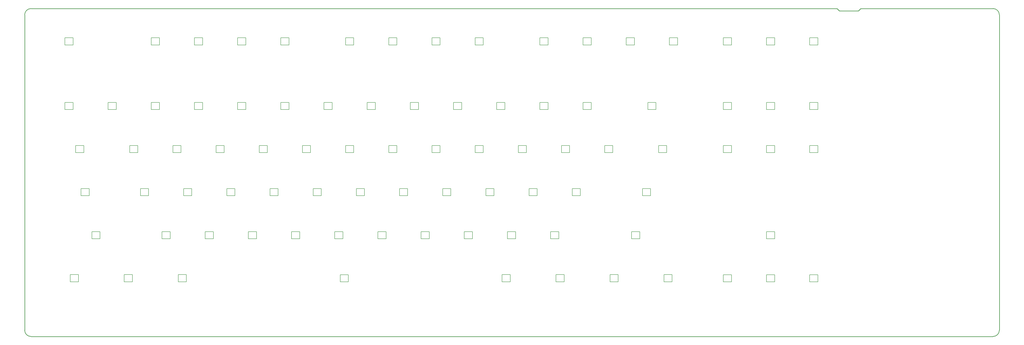
<source format=gm1>
G04*
G04 #@! TF.GenerationSoftware,Altium Limited,Altium Designer,20.0.2 (26)*
G04*
G04 Layer_Color=16711935*
%FSLAX25Y25*%
%MOIN*%
G70*
G01*
G75*
%ADD10C,0.00591*%
%ADD13C,0.01000*%
D10*
X116753Y182675D02*
X130927D01*
X130927Y170076D02*
Y182675D01*
X116753Y170076D02*
Y182675D01*
X116753Y170076D02*
X130927Y170076D01*
X1073004Y257675D02*
X1087177D01*
X1087177Y245076D02*
Y257675D01*
X1073004Y245076D02*
Y257675D01*
X1073004Y245076D02*
X1087177Y245076D01*
X79169Y95131D02*
X93343Y95131D01*
X79169Y95131D02*
Y107729D01*
X93343Y95131D02*
Y107729D01*
X79169Y107729D02*
X93343D01*
X172919Y95131D02*
X187092Y95131D01*
X172919Y95131D02*
Y107729D01*
X187092Y95131D02*
Y107729D01*
X172919Y107729D02*
X187092D01*
X266669Y95131D02*
X280842Y95131D01*
X266669Y95131D02*
Y107729D01*
X280842Y95131D02*
Y107729D01*
X266669Y107729D02*
X280842D01*
X829168Y95131D02*
X843341Y95131D01*
X829168Y95131D02*
Y107729D01*
X843341Y95131D02*
Y107729D01*
X829168Y107729D02*
X843341D01*
X922920Y95131D02*
X937093Y95131D01*
X922920Y95131D02*
Y107729D01*
X937093Y95131D02*
Y107729D01*
X922920Y107729D02*
X937093D01*
X1016668Y95131D02*
X1030841Y95131D01*
X1016668Y95131D02*
Y107729D01*
X1030841Y95131D02*
Y107729D01*
X1016668Y107729D02*
X1030841D01*
X1110420Y95131D02*
X1124593Y95131D01*
X1110420Y95131D02*
Y107729D01*
X1124593Y95131D02*
Y107729D01*
X1110420Y107729D02*
X1124593D01*
X1082378Y395076D02*
X1096551Y395076D01*
X1082378Y395076D02*
Y407675D01*
X1096551Y395076D02*
Y407675D01*
X1082378Y407675D02*
X1096551D01*
X97949Y257681D02*
X112122D01*
X112122Y245082D02*
Y257681D01*
X97949Y245082D02*
Y257681D01*
X97949Y245082D02*
X112122Y245082D01*
X1054252Y182675D02*
X1068425D01*
X1068425Y170076D02*
Y182675D01*
X1054252Y170076D02*
Y182675D01*
X1054252Y170076D02*
X1068425Y170076D01*
X69878Y507578D02*
X84051Y507578D01*
X69878Y507578D02*
Y520176D01*
X84051Y507578D02*
Y520176D01*
X69878Y520176D02*
X84051D01*
X219878Y507578D02*
X234051Y507578D01*
X219878Y507578D02*
Y520176D01*
X234051Y507578D02*
Y520176D01*
X219878Y520176D02*
X234051D01*
X294878Y507578D02*
X309051Y507578D01*
X294878Y507578D02*
Y520176D01*
X309051Y507578D02*
Y520176D01*
X294878Y520176D02*
X309051D01*
X369878Y507578D02*
X384051Y507578D01*
X369878Y507578D02*
Y520176D01*
X384051Y507578D02*
Y520176D01*
X369878Y520176D02*
X384051D01*
X444878Y507578D02*
X459051Y507578D01*
X444878Y507578D02*
Y520176D01*
X459051Y507578D02*
Y520176D01*
X444878Y520176D02*
X459051D01*
X557378Y507578D02*
X571551Y507578D01*
X557378Y507578D02*
Y520176D01*
X571551Y507578D02*
Y520176D01*
X557378Y520176D02*
X571551D01*
X632378Y507578D02*
X646551Y507578D01*
X632378Y507578D02*
Y520176D01*
X646551Y507578D02*
Y520176D01*
X632378Y520176D02*
X646551D01*
X707378Y507578D02*
X721551Y507578D01*
X707378Y507578D02*
Y520176D01*
X721551Y507578D02*
Y520176D01*
X707378Y520176D02*
X721551D01*
X782378Y507578D02*
X796551Y507578D01*
X782378Y507578D02*
Y520176D01*
X796551Y507578D02*
Y520176D01*
X782378Y520176D02*
X796551D01*
X894878Y507578D02*
X909051Y507578D01*
X894878Y507578D02*
Y520176D01*
X909051Y507578D02*
Y520176D01*
X894878Y520176D02*
X909051D01*
X969878Y507578D02*
X984051Y507578D01*
X969878Y507578D02*
Y520176D01*
X984051Y507578D02*
Y520176D01*
X969878Y520176D02*
X984051D01*
X1044878Y507578D02*
X1059051Y507578D01*
X1044878Y507578D02*
Y520176D01*
X1059051Y507578D02*
Y520176D01*
X1044878Y520176D02*
X1059051D01*
X1119878Y507578D02*
X1134051Y507578D01*
X1119878Y507578D02*
Y520176D01*
X1134051Y507578D02*
Y520176D01*
X1119878Y520176D02*
X1134051D01*
X1213630Y507578D02*
X1227803Y507578D01*
X1213630Y507578D02*
Y520176D01*
X1227803Y507578D02*
Y520176D01*
X1213630Y520176D02*
X1227803D01*
X1288630Y507578D02*
X1302803Y507578D01*
X1288630Y507578D02*
Y520176D01*
X1302803Y507578D02*
Y520176D01*
X1288630Y520176D02*
X1302803D01*
X1363630Y507578D02*
X1377803Y507578D01*
X1363630Y507578D02*
Y520176D01*
X1377803Y507578D02*
Y520176D01*
X1363630Y520176D02*
X1377803D01*
X69878Y395076D02*
X84051Y395076D01*
X69878Y395076D02*
Y407675D01*
X84051Y395076D02*
Y407675D01*
X69878Y407675D02*
X84051D01*
X144878Y395076D02*
X159051Y395076D01*
X144878Y395076D02*
Y407675D01*
X159051Y395076D02*
Y407675D01*
X144878Y407675D02*
X159051D01*
X219878Y395076D02*
X234051Y395076D01*
X219878Y395076D02*
Y407675D01*
X234051Y395076D02*
Y407675D01*
X219878Y407675D02*
X234051D01*
X294878Y395076D02*
X309051Y395076D01*
X294878Y395076D02*
Y407675D01*
X309051Y395076D02*
Y407675D01*
X294878Y407675D02*
X309051D01*
X369878Y395076D02*
X384051Y395076D01*
X369878Y395076D02*
Y407675D01*
X384051Y395076D02*
Y407675D01*
X369878Y407675D02*
X384051D01*
X444878Y395076D02*
X459051Y395076D01*
X444878Y395076D02*
Y407675D01*
X459051Y395076D02*
Y407675D01*
X444878Y407675D02*
X459051D01*
X519878Y395076D02*
X534051Y395076D01*
X519878Y395076D02*
Y407675D01*
X534051Y395076D02*
Y407675D01*
X519878Y407675D02*
X534051D01*
X594878Y395076D02*
X609051Y395076D01*
X594878Y395076D02*
Y407675D01*
X609051Y395076D02*
Y407675D01*
X594878Y407675D02*
X609051D01*
X669878Y395076D02*
X684051Y395076D01*
X669878Y395076D02*
Y407675D01*
X684051Y395076D02*
Y407675D01*
X669878Y407675D02*
X684051D01*
X744878Y395076D02*
X759051Y395076D01*
X744878Y395076D02*
Y407675D01*
X759051Y395076D02*
Y407675D01*
X744878Y407675D02*
X759051D01*
X819878Y395076D02*
X834051Y395076D01*
X819878Y395076D02*
Y407675D01*
X834051Y395076D02*
Y407675D01*
X819878Y407675D02*
X834051D01*
X894878Y395076D02*
X909051Y395076D01*
X894878Y395076D02*
Y407675D01*
X909051Y395076D02*
Y407675D01*
X894878Y407675D02*
X909051D01*
X969878Y395076D02*
X984051Y395076D01*
X969878Y395076D02*
Y407675D01*
X984051Y395076D02*
Y407675D01*
X969878Y407675D02*
X984051D01*
X1213630Y395076D02*
X1227803Y395076D01*
X1213630Y395076D02*
Y407675D01*
X1227803Y395076D02*
Y407675D01*
X1213630Y407675D02*
X1227803D01*
X1288630Y395076D02*
X1302803Y395076D01*
X1288630Y395076D02*
Y407675D01*
X1302803Y395076D02*
Y407675D01*
X1288630Y407675D02*
X1302803D01*
X1363630Y395076D02*
X1377803Y395076D01*
X1363630Y395076D02*
Y407675D01*
X1377803Y395076D02*
Y407675D01*
X1363630Y407675D02*
X1377803D01*
X182378Y320076D02*
X196551Y320076D01*
X182378Y320076D02*
Y332675D01*
X196551Y320076D02*
Y332675D01*
X182378Y332675D02*
X196551D01*
X257378Y320076D02*
X271551Y320076D01*
X257378Y320076D02*
Y332675D01*
X271551Y320076D02*
Y332675D01*
X257378Y332675D02*
X271551D01*
X332378Y320076D02*
X346551Y320076D01*
X332378Y320076D02*
Y332675D01*
X346551Y320076D02*
Y332675D01*
X332378Y332675D02*
X346551D01*
X407378Y320076D02*
X421551Y320076D01*
X407378Y320076D02*
Y332675D01*
X421551Y320076D02*
Y332675D01*
X407378Y332675D02*
X421551D01*
X482378Y320076D02*
X496551Y320076D01*
X482378Y320076D02*
Y332675D01*
X496551Y320076D02*
Y332675D01*
X482378Y332675D02*
X496551D01*
X557378Y320076D02*
X571551Y320076D01*
X557378Y320076D02*
Y332675D01*
X571551Y320076D02*
Y332675D01*
X557378Y332675D02*
X571551D01*
X632378Y320076D02*
X646551Y320076D01*
X632378Y320076D02*
Y332675D01*
X646551Y320076D02*
Y332675D01*
X632378Y332675D02*
X646551D01*
X1363630Y95077D02*
X1377803Y95077D01*
X1363630Y95077D02*
Y107675D01*
X1377803Y95077D02*
Y107675D01*
X1363630Y107675D02*
X1377803D01*
X707378Y320076D02*
X721551Y320076D01*
X707378Y320076D02*
Y332675D01*
X721551Y320076D02*
Y332675D01*
X707378Y332675D02*
X721551D01*
X782378Y320076D02*
X796551Y320076D01*
X782378Y320076D02*
Y332675D01*
X796551Y320076D02*
Y332675D01*
X782378Y332675D02*
X796551D01*
X857378Y320076D02*
X871551Y320076D01*
X857378Y320076D02*
Y332675D01*
X871551Y320076D02*
Y332675D01*
X857378Y332675D02*
X871551D01*
X932378Y320076D02*
X946551Y320076D01*
X932378Y320076D02*
Y332675D01*
X946551Y320076D02*
Y332675D01*
X932378Y332675D02*
X946551D01*
X1007378Y320076D02*
X1021551Y320076D01*
X1007378Y320076D02*
Y332675D01*
X1021551Y320076D02*
Y332675D01*
X1007378Y332675D02*
X1021551D01*
X1213630Y320076D02*
X1227803Y320076D01*
X1213630Y320076D02*
Y332675D01*
X1227803Y320076D02*
Y332675D01*
X1213630Y332675D02*
X1227803D01*
X1288630Y320076D02*
X1302803Y320076D01*
X1288630Y320076D02*
Y332675D01*
X1302803Y320076D02*
Y332675D01*
X1288630Y332675D02*
X1302803D01*
X1363630Y320076D02*
X1377803Y320076D01*
X1363630Y320076D02*
Y332675D01*
X1377803Y320076D02*
Y332675D01*
X1363630Y332675D02*
X1377803D01*
X201128Y245076D02*
X215301Y245076D01*
X201128Y245076D02*
Y257675D01*
X215301Y245076D02*
Y257675D01*
X201128Y257675D02*
X215301D01*
X276128Y245076D02*
X290301Y245076D01*
X276128Y245076D02*
Y257675D01*
X290301Y245076D02*
Y257675D01*
X276128Y257675D02*
X290301D01*
X351128Y245076D02*
X365301Y245076D01*
X351128Y245076D02*
Y257675D01*
X365301Y245076D02*
Y257675D01*
X351128Y257675D02*
X365301D01*
X426130Y245076D02*
X440303Y245076D01*
X426130Y245076D02*
Y257675D01*
X440303Y245076D02*
Y257675D01*
X426130Y257675D02*
X440303D01*
X501130Y245076D02*
X515303Y245076D01*
X501130Y245076D02*
Y257675D01*
X515303Y245076D02*
Y257675D01*
X501130Y257675D02*
X515303D01*
X576130Y245076D02*
X590303Y245076D01*
X576130Y245076D02*
Y257675D01*
X590303Y245076D02*
Y257675D01*
X576130Y257675D02*
X590303D01*
X651130Y245076D02*
X665303Y245076D01*
X651130Y245076D02*
Y257675D01*
X665303Y245076D02*
Y257675D01*
X651130Y257675D02*
X665303D01*
X726130Y245076D02*
X740303Y245076D01*
X726130Y245076D02*
Y257675D01*
X740303Y245076D02*
Y257675D01*
X726130Y257675D02*
X740303D01*
X801130Y245076D02*
X815303Y245076D01*
X801130Y245076D02*
Y257675D01*
X815303Y245076D02*
Y257675D01*
X801130Y257675D02*
X815303D01*
X876130Y245076D02*
X890303Y245076D01*
X876130Y245076D02*
Y257675D01*
X890303Y245076D02*
Y257675D01*
X876130Y257675D02*
X890303D01*
X951130Y245076D02*
X965303Y245076D01*
X951130Y245076D02*
Y257675D01*
X965303Y245076D02*
Y257675D01*
X951130Y257675D02*
X965303D01*
X238628Y170076D02*
X252801Y170076D01*
X238628Y170076D02*
Y182675D01*
X252801Y170076D02*
Y182675D01*
X238628Y182675D02*
X252801D01*
X313628Y170076D02*
X327801Y170076D01*
X313628Y170076D02*
Y182675D01*
X327801Y170076D02*
Y182675D01*
X313628Y182675D02*
X327801D01*
X388630Y170076D02*
X402803Y170076D01*
X388630Y170076D02*
Y182675D01*
X402803Y170076D02*
Y182675D01*
X388630Y182675D02*
X402803D01*
X463630Y170076D02*
X477803Y170076D01*
X463630Y170076D02*
Y182675D01*
X477803Y170076D02*
Y182675D01*
X463630Y182675D02*
X477803D01*
X538630Y170076D02*
X552803Y170076D01*
X538630Y170076D02*
Y182675D01*
X552803Y170076D02*
Y182675D01*
X538630Y182675D02*
X552803D01*
X613630Y170076D02*
X627803Y170076D01*
X613630Y170076D02*
Y182675D01*
X627803Y170076D02*
Y182675D01*
X613630Y182675D02*
X627803D01*
X688630Y170076D02*
X702803Y170076D01*
X688630Y170076D02*
Y182675D01*
X702803Y170076D02*
Y182675D01*
X688630Y182675D02*
X702803D01*
X763630Y170076D02*
X777803Y170076D01*
X763630Y170076D02*
Y182675D01*
X777803Y170076D02*
Y182675D01*
X763630Y182675D02*
X777803D01*
X838630Y170076D02*
X852803Y170076D01*
X838630Y170076D02*
Y182675D01*
X852803Y170076D02*
Y182675D01*
X838630Y182675D02*
X852803D01*
X913630Y170076D02*
X927803Y170076D01*
X913630Y170076D02*
Y182675D01*
X927803Y170076D02*
Y182675D01*
X913630Y182675D02*
X927803D01*
X1288630Y170076D02*
X1302803Y170076D01*
X1288630Y170076D02*
Y182675D01*
X1302803Y170076D02*
Y182675D01*
X1288630Y182675D02*
X1302803D01*
X1213630Y95077D02*
X1227803Y95077D01*
X1213630Y95077D02*
Y107675D01*
X1227803Y95077D02*
Y107675D01*
X1213630Y107675D02*
X1227803D01*
X1288630Y95077D02*
X1302803Y95077D01*
X1288630Y95077D02*
Y107675D01*
X1302803Y95077D02*
Y107675D01*
X1288630Y107675D02*
X1302803D01*
X88628Y332675D02*
X102801D01*
X102801Y320076D02*
Y332675D01*
X88628Y320076D02*
Y332675D01*
X88628Y320076D02*
X102801Y320076D01*
X1101130Y332675D02*
X1115303D01*
X1115303Y320076D02*
Y332675D01*
X1101130Y320076D02*
Y332675D01*
X1101130Y320076D02*
X1115303Y320076D01*
X548004Y95077D02*
X562177Y95077D01*
X548004Y95077D02*
Y107675D01*
X562177Y95077D02*
Y107675D01*
X548004Y107675D02*
X562177D01*
D13*
X0Y11000D02*
G03*
X11000Y-0I11000J-0D01*
G01*
X1682000Y15D02*
G03*
X1693000Y11015I0J11000D01*
G01*
X1693000Y560000D02*
G03*
X1682000Y571000I-11000J0D01*
G01*
X11000Y570985D02*
G03*
X-0Y559985I0J-11000D01*
G01*
X11000Y-0D02*
Y-0D01*
Y-0D02*
X1682000Y15D01*
X1693000Y11015D02*
X1693000D01*
X1693000Y560000D02*
X1693000Y11015D01*
X1693000Y560000D02*
X1693000D01*
X1682000Y571000D02*
X1682000Y571000D01*
X1452000Y571000D02*
X1682000D01*
X1448000Y567000D02*
X1452000Y571000D01*
X1415000Y567000D02*
X1448000D01*
X1411000Y571000D02*
X1415000Y567000D01*
X11015Y571000D02*
X1411000D01*
X11000Y570985D02*
X11015Y571000D01*
X-0Y559985D02*
X-0D01*
X-0D02*
X0Y11000D01*
M02*

</source>
